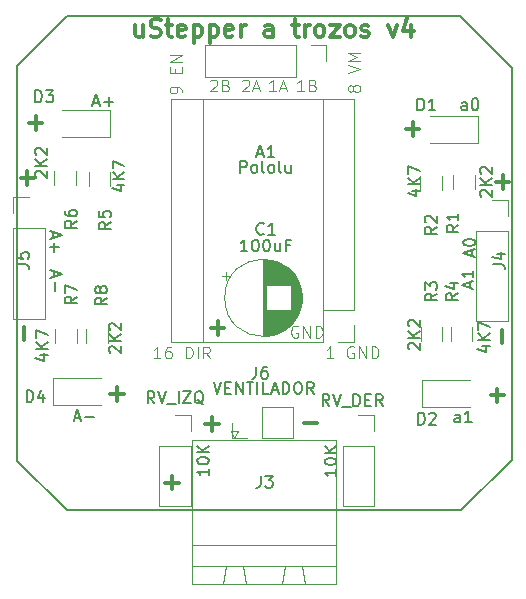
<source format=gbr>
G04 #@! TF.GenerationSoftware,KiCad,Pcbnew,5.0.2-bee76a0~70~ubuntu18.04.1*
G04 #@! TF.CreationDate,2019-01-29T19:41:56+01:00*
G04 #@! TF.ProjectId,ustepper_41_pololu,75737465-7070-4657-925f-34315f706f6c,rev?*
G04 #@! TF.SameCoordinates,Original*
G04 #@! TF.FileFunction,Legend,Top*
G04 #@! TF.FilePolarity,Positive*
%FSLAX46Y46*%
G04 Gerber Fmt 4.6, Leading zero omitted, Abs format (unit mm)*
G04 Created by KiCad (PCBNEW 5.0.2-bee76a0~70~ubuntu18.04.1) date mar 29 ene 2019 19:41:56 CET*
%MOMM*%
%LPD*%
G01*
G04 APERTURE LIST*
%ADD10C,0.200000*%
%ADD11C,0.300000*%
%ADD12C,0.100000*%
%ADD13C,0.120000*%
%ADD14C,0.150000*%
G04 APERTURE END LIST*
D10*
X202881086Y-68655105D02*
X202881086Y-68178915D01*
X203166800Y-68750343D02*
X202166800Y-68417010D01*
X203166800Y-68083677D01*
X202166800Y-67559867D02*
X202166800Y-67464629D01*
X202214420Y-67369391D01*
X202262039Y-67321772D01*
X202357277Y-67274153D01*
X202547753Y-67226534D01*
X202785848Y-67226534D01*
X202976324Y-67274153D01*
X203071562Y-67321772D01*
X203119181Y-67369391D01*
X203166800Y-67464629D01*
X203166800Y-67559867D01*
X203119181Y-67655105D01*
X203071562Y-67702724D01*
X202976324Y-67750343D01*
X202785848Y-67797962D01*
X202547753Y-67797962D01*
X202357277Y-67750343D01*
X202262039Y-67702724D01*
X202214420Y-67655105D01*
X202166800Y-67559867D01*
X202743926Y-71327185D02*
X202743926Y-70850995D01*
X203029640Y-71422423D02*
X202029640Y-71089090D01*
X203029640Y-70755757D01*
X203029640Y-69898614D02*
X203029640Y-70470042D01*
X203029640Y-70184328D02*
X202029640Y-70184328D01*
X202172498Y-70279566D01*
X202267736Y-70374804D01*
X202315355Y-70470042D01*
D11*
X205463162Y-76025568D02*
X205463162Y-74882711D01*
X204924291Y-62406622D02*
X206067148Y-62406622D01*
X205495720Y-62978051D02*
X205495720Y-61835194D01*
X165381571Y-57410442D02*
X166524428Y-57410442D01*
X165953000Y-57981871D02*
X165953000Y-56839014D01*
X197309371Y-57918442D02*
X198452228Y-57918442D01*
X197880800Y-58489871D02*
X197880800Y-57347014D01*
X204472171Y-80460942D02*
X205615028Y-80460942D01*
X205043600Y-81032371D02*
X205043600Y-79889514D01*
X172264971Y-80333942D02*
X173407828Y-80333942D01*
X172836400Y-80905371D02*
X172836400Y-79762514D01*
D10*
X167472893Y-69920857D02*
X167472893Y-70397047D01*
X167187179Y-69825619D02*
X168187179Y-70158952D01*
X167187179Y-70492285D01*
X167568131Y-70825619D02*
X167568131Y-71587523D01*
X167455113Y-66639177D02*
X167455113Y-67115367D01*
X167169399Y-66543939D02*
X168169399Y-66877272D01*
X167169399Y-67210605D01*
X167550351Y-67543939D02*
X167550351Y-68305843D01*
X167169399Y-67924891D02*
X167931303Y-67924891D01*
D11*
X164955242Y-75769028D02*
X164955242Y-74626171D01*
X164690691Y-62058642D02*
X165833548Y-62058642D01*
X165262120Y-62630071D02*
X165262120Y-61487214D01*
X180799371Y-74771342D02*
X181942228Y-74771342D01*
X181370800Y-75342771D02*
X181370800Y-74199914D01*
X188637811Y-82815522D02*
X189780668Y-82815522D01*
X180324391Y-82879022D02*
X181467248Y-82879022D01*
X180895820Y-83450451D02*
X180895820Y-82307594D01*
D12*
X178317980Y-54786919D02*
X178317980Y-54596442D01*
X178270361Y-54501204D01*
X178222742Y-54453585D01*
X178079885Y-54358347D01*
X177889409Y-54310728D01*
X177508457Y-54310728D01*
X177413219Y-54358347D01*
X177365600Y-54405966D01*
X177317980Y-54501204D01*
X177317980Y-54691680D01*
X177365600Y-54786919D01*
X177413219Y-54834538D01*
X177508457Y-54882157D01*
X177746552Y-54882157D01*
X177841790Y-54834538D01*
X177889409Y-54786919D01*
X177937028Y-54691680D01*
X177937028Y-54501204D01*
X177889409Y-54405966D01*
X177841790Y-54358347D01*
X177746552Y-54310728D01*
X177794171Y-53120252D02*
X177794171Y-52786919D01*
X178317980Y-52644061D02*
X178317980Y-53120252D01*
X177317980Y-53120252D01*
X177317980Y-52644061D01*
X178317980Y-52215490D02*
X177317980Y-52215490D01*
X178317980Y-51644061D01*
X177317980Y-51644061D01*
X176525976Y-77326380D02*
X175954547Y-77326380D01*
X176240261Y-77326380D02*
X176240261Y-76326380D01*
X176145023Y-76469238D01*
X176049785Y-76564476D01*
X175954547Y-76612095D01*
X177383119Y-76326380D02*
X177192642Y-76326380D01*
X177097404Y-76374000D01*
X177049785Y-76421619D01*
X176954547Y-76564476D01*
X176906928Y-76754952D01*
X176906928Y-77135904D01*
X176954547Y-77231142D01*
X177002166Y-77278761D01*
X177097404Y-77326380D01*
X177287880Y-77326380D01*
X177383119Y-77278761D01*
X177430738Y-77231142D01*
X177478357Y-77135904D01*
X177478357Y-76897809D01*
X177430738Y-76802571D01*
X177383119Y-76754952D01*
X177287880Y-76707333D01*
X177097404Y-76707333D01*
X177002166Y-76754952D01*
X176954547Y-76802571D01*
X176906928Y-76897809D01*
X178668833Y-77326380D02*
X178668833Y-76326380D01*
X178906928Y-76326380D01*
X179049785Y-76374000D01*
X179145023Y-76469238D01*
X179192642Y-76564476D01*
X179240261Y-76754952D01*
X179240261Y-76897809D01*
X179192642Y-77088285D01*
X179145023Y-77183523D01*
X179049785Y-77278761D01*
X178906928Y-77326380D01*
X178668833Y-77326380D01*
X179668833Y-77326380D02*
X179668833Y-76326380D01*
X180716452Y-77326380D02*
X180383119Y-76850190D01*
X180145023Y-77326380D02*
X180145023Y-76326380D01*
X180525976Y-76326380D01*
X180621214Y-76374000D01*
X180668833Y-76421619D01*
X180716452Y-76516857D01*
X180716452Y-76659714D01*
X180668833Y-76754952D01*
X180621214Y-76802571D01*
X180525976Y-76850190D01*
X180145023Y-76850190D01*
D11*
X175044091Y-49095171D02*
X175044091Y-50095171D01*
X174401234Y-49095171D02*
X174401234Y-49880885D01*
X174472662Y-50023742D01*
X174615520Y-50095171D01*
X174829805Y-50095171D01*
X174972662Y-50023742D01*
X175044091Y-49952314D01*
X175686948Y-50023742D02*
X175901234Y-50095171D01*
X176258377Y-50095171D01*
X176401234Y-50023742D01*
X176472662Y-49952314D01*
X176544091Y-49809457D01*
X176544091Y-49666600D01*
X176472662Y-49523742D01*
X176401234Y-49452314D01*
X176258377Y-49380885D01*
X175972662Y-49309457D01*
X175829805Y-49238028D01*
X175758377Y-49166600D01*
X175686948Y-49023742D01*
X175686948Y-48880885D01*
X175758377Y-48738028D01*
X175829805Y-48666600D01*
X175972662Y-48595171D01*
X176329805Y-48595171D01*
X176544091Y-48666600D01*
X176972662Y-49095171D02*
X177544091Y-49095171D01*
X177186948Y-48595171D02*
X177186948Y-49880885D01*
X177258377Y-50023742D01*
X177401234Y-50095171D01*
X177544091Y-50095171D01*
X178615520Y-50023742D02*
X178472662Y-50095171D01*
X178186948Y-50095171D01*
X178044091Y-50023742D01*
X177972662Y-49880885D01*
X177972662Y-49309457D01*
X178044091Y-49166600D01*
X178186948Y-49095171D01*
X178472662Y-49095171D01*
X178615520Y-49166600D01*
X178686948Y-49309457D01*
X178686948Y-49452314D01*
X177972662Y-49595171D01*
X179329805Y-49095171D02*
X179329805Y-50595171D01*
X179329805Y-49166600D02*
X179472662Y-49095171D01*
X179758377Y-49095171D01*
X179901234Y-49166600D01*
X179972662Y-49238028D01*
X180044091Y-49380885D01*
X180044091Y-49809457D01*
X179972662Y-49952314D01*
X179901234Y-50023742D01*
X179758377Y-50095171D01*
X179472662Y-50095171D01*
X179329805Y-50023742D01*
X180686948Y-49095171D02*
X180686948Y-50595171D01*
X180686948Y-49166600D02*
X180829805Y-49095171D01*
X181115520Y-49095171D01*
X181258377Y-49166600D01*
X181329805Y-49238028D01*
X181401234Y-49380885D01*
X181401234Y-49809457D01*
X181329805Y-49952314D01*
X181258377Y-50023742D01*
X181115520Y-50095171D01*
X180829805Y-50095171D01*
X180686948Y-50023742D01*
X182615520Y-50023742D02*
X182472662Y-50095171D01*
X182186948Y-50095171D01*
X182044091Y-50023742D01*
X181972662Y-49880885D01*
X181972662Y-49309457D01*
X182044091Y-49166600D01*
X182186948Y-49095171D01*
X182472662Y-49095171D01*
X182615520Y-49166600D01*
X182686948Y-49309457D01*
X182686948Y-49452314D01*
X181972662Y-49595171D01*
X183329805Y-50095171D02*
X183329805Y-49095171D01*
X183329805Y-49380885D02*
X183401234Y-49238028D01*
X183472662Y-49166600D01*
X183615520Y-49095171D01*
X183758377Y-49095171D01*
X186044091Y-50095171D02*
X186044091Y-49309457D01*
X185972662Y-49166600D01*
X185829805Y-49095171D01*
X185544091Y-49095171D01*
X185401234Y-49166600D01*
X186044091Y-50023742D02*
X185901234Y-50095171D01*
X185544091Y-50095171D01*
X185401234Y-50023742D01*
X185329805Y-49880885D01*
X185329805Y-49738028D01*
X185401234Y-49595171D01*
X185544091Y-49523742D01*
X185901234Y-49523742D01*
X186044091Y-49452314D01*
X187686948Y-49095171D02*
X188258377Y-49095171D01*
X187901234Y-48595171D02*
X187901234Y-49880885D01*
X187972662Y-50023742D01*
X188115520Y-50095171D01*
X188258377Y-50095171D01*
X188758377Y-50095171D02*
X188758377Y-49095171D01*
X188758377Y-49380885D02*
X188829805Y-49238028D01*
X188901234Y-49166600D01*
X189044091Y-49095171D01*
X189186948Y-49095171D01*
X189901234Y-50095171D02*
X189758377Y-50023742D01*
X189686948Y-49952314D01*
X189615520Y-49809457D01*
X189615520Y-49380885D01*
X189686948Y-49238028D01*
X189758377Y-49166600D01*
X189901234Y-49095171D01*
X190115520Y-49095171D01*
X190258377Y-49166600D01*
X190329805Y-49238028D01*
X190401234Y-49380885D01*
X190401234Y-49809457D01*
X190329805Y-49952314D01*
X190258377Y-50023742D01*
X190115520Y-50095171D01*
X189901234Y-50095171D01*
X190901234Y-49095171D02*
X191686948Y-49095171D01*
X190901234Y-50095171D01*
X191686948Y-50095171D01*
X192472662Y-50095171D02*
X192329805Y-50023742D01*
X192258377Y-49952314D01*
X192186948Y-49809457D01*
X192186948Y-49380885D01*
X192258377Y-49238028D01*
X192329805Y-49166600D01*
X192472662Y-49095171D01*
X192686948Y-49095171D01*
X192829805Y-49166600D01*
X192901234Y-49238028D01*
X192972662Y-49380885D01*
X192972662Y-49809457D01*
X192901234Y-49952314D01*
X192829805Y-50023742D01*
X192686948Y-50095171D01*
X192472662Y-50095171D01*
X193544091Y-50023742D02*
X193686948Y-50095171D01*
X193972662Y-50095171D01*
X194115520Y-50023742D01*
X194186948Y-49880885D01*
X194186948Y-49809457D01*
X194115520Y-49666600D01*
X193972662Y-49595171D01*
X193758377Y-49595171D01*
X193615520Y-49523742D01*
X193544091Y-49380885D01*
X193544091Y-49309457D01*
X193615520Y-49166600D01*
X193758377Y-49095171D01*
X193972662Y-49095171D01*
X194115520Y-49166600D01*
X195829805Y-49095171D02*
X196186948Y-50095171D01*
X196544091Y-49095171D01*
X197758377Y-49095171D02*
X197758377Y-50095171D01*
X197401234Y-48523742D02*
X197044091Y-49595171D01*
X197972662Y-49595171D01*
D12*
X191169052Y-77313680D02*
X190597623Y-77313680D01*
X190883338Y-77313680D02*
X190883338Y-76313680D01*
X190788100Y-76456538D01*
X190692861Y-76551776D01*
X190597623Y-76599395D01*
X192883338Y-76361300D02*
X192788100Y-76313680D01*
X192645242Y-76313680D01*
X192502385Y-76361300D01*
X192407147Y-76456538D01*
X192359528Y-76551776D01*
X192311909Y-76742252D01*
X192311909Y-76885109D01*
X192359528Y-77075585D01*
X192407147Y-77170823D01*
X192502385Y-77266061D01*
X192645242Y-77313680D01*
X192740480Y-77313680D01*
X192883338Y-77266061D01*
X192930957Y-77218442D01*
X192930957Y-76885109D01*
X192740480Y-76885109D01*
X193359528Y-77313680D02*
X193359528Y-76313680D01*
X193930957Y-77313680D01*
X193930957Y-76313680D01*
X194407147Y-77313680D02*
X194407147Y-76313680D01*
X194645242Y-76313680D01*
X194788100Y-76361300D01*
X194883338Y-76456538D01*
X194930957Y-76551776D01*
X194978576Y-76742252D01*
X194978576Y-76885109D01*
X194930957Y-77075585D01*
X194883338Y-77170823D01*
X194788100Y-77266061D01*
X194645242Y-77313680D01*
X194407147Y-77313680D01*
X192859552Y-54563090D02*
X192811933Y-54658328D01*
X192764314Y-54705947D01*
X192669076Y-54753566D01*
X192621457Y-54753566D01*
X192526219Y-54705947D01*
X192478600Y-54658328D01*
X192430980Y-54563090D01*
X192430980Y-54372614D01*
X192478600Y-54277376D01*
X192526219Y-54229757D01*
X192621457Y-54182138D01*
X192669076Y-54182138D01*
X192764314Y-54229757D01*
X192811933Y-54277376D01*
X192859552Y-54372614D01*
X192859552Y-54563090D01*
X192907171Y-54658328D01*
X192954790Y-54705947D01*
X193050028Y-54753566D01*
X193240504Y-54753566D01*
X193335742Y-54705947D01*
X193383361Y-54658328D01*
X193430980Y-54563090D01*
X193430980Y-54372614D01*
X193383361Y-54277376D01*
X193335742Y-54229757D01*
X193240504Y-54182138D01*
X193050028Y-54182138D01*
X192954790Y-54229757D01*
X192907171Y-54277376D01*
X192859552Y-54372614D01*
X192430980Y-53134519D02*
X193430980Y-52801185D01*
X192430980Y-52467852D01*
X193430980Y-52134519D02*
X192430980Y-52134519D01*
X193145266Y-51801185D01*
X192430980Y-51467852D01*
X193430980Y-51467852D01*
X188685074Y-54725460D02*
X188113645Y-54725460D01*
X188399360Y-54725460D02*
X188399360Y-53725460D01*
X188304121Y-53868318D01*
X188208883Y-53963556D01*
X188113645Y-54011175D01*
X189446979Y-54201651D02*
X189589836Y-54249270D01*
X189637455Y-54296889D01*
X189685074Y-54392127D01*
X189685074Y-54534984D01*
X189637455Y-54630222D01*
X189589836Y-54677841D01*
X189494598Y-54725460D01*
X189113645Y-54725460D01*
X189113645Y-53725460D01*
X189446979Y-53725460D01*
X189542217Y-53773080D01*
X189589836Y-53820699D01*
X189637455Y-53915937D01*
X189637455Y-54011175D01*
X189589836Y-54106413D01*
X189542217Y-54154032D01*
X189446979Y-54201651D01*
X189113645Y-54201651D01*
X186318102Y-54725460D02*
X185746674Y-54725460D01*
X186032388Y-54725460D02*
X186032388Y-53725460D01*
X185937150Y-53868318D01*
X185841912Y-53963556D01*
X185746674Y-54011175D01*
X186699055Y-54439746D02*
X187175245Y-54439746D01*
X186603817Y-54725460D02*
X186937150Y-53725460D01*
X187270483Y-54725460D01*
X183460674Y-53820699D02*
X183508293Y-53773080D01*
X183603531Y-53725460D01*
X183841626Y-53725460D01*
X183936864Y-53773080D01*
X183984483Y-53820699D01*
X184032102Y-53915937D01*
X184032102Y-54011175D01*
X183984483Y-54154032D01*
X183413055Y-54725460D01*
X184032102Y-54725460D01*
X184413055Y-54439746D02*
X184889245Y-54439746D01*
X184317817Y-54725460D02*
X184651150Y-53725460D01*
X184984483Y-54725460D01*
X180747645Y-53820699D02*
X180795264Y-53773080D01*
X180890502Y-53725460D01*
X181128598Y-53725460D01*
X181223836Y-53773080D01*
X181271455Y-53820699D01*
X181319074Y-53915937D01*
X181319074Y-54011175D01*
X181271455Y-54154032D01*
X180700026Y-54725460D01*
X181319074Y-54725460D01*
X182080979Y-54201651D02*
X182223836Y-54249270D01*
X182271455Y-54296889D01*
X182319074Y-54392127D01*
X182319074Y-54534984D01*
X182271455Y-54630222D01*
X182223836Y-54677841D01*
X182128598Y-54725460D01*
X181747645Y-54725460D01*
X181747645Y-53725460D01*
X182080979Y-53725460D01*
X182176217Y-53773080D01*
X182223836Y-53820699D01*
X182271455Y-53915937D01*
X182271455Y-54011175D01*
X182223836Y-54106413D01*
X182176217Y-54154032D01*
X182080979Y-54201651D01*
X181747645Y-54201651D01*
X188152695Y-74608700D02*
X188057457Y-74561080D01*
X187914600Y-74561080D01*
X187771742Y-74608700D01*
X187676504Y-74703938D01*
X187628885Y-74799176D01*
X187581266Y-74989652D01*
X187581266Y-75132509D01*
X187628885Y-75322985D01*
X187676504Y-75418223D01*
X187771742Y-75513461D01*
X187914600Y-75561080D01*
X188009838Y-75561080D01*
X188152695Y-75513461D01*
X188200314Y-75465842D01*
X188200314Y-75132509D01*
X188009838Y-75132509D01*
X188628885Y-75561080D02*
X188628885Y-74561080D01*
X189200314Y-75561080D01*
X189200314Y-74561080D01*
X189676504Y-75561080D02*
X189676504Y-74561080D01*
X189914600Y-74561080D01*
X190057457Y-74608700D01*
X190152695Y-74703938D01*
X190200314Y-74799176D01*
X190247933Y-74989652D01*
X190247933Y-75132509D01*
X190200314Y-75322985D01*
X190152695Y-75418223D01*
X190057457Y-75513461D01*
X189914600Y-75561080D01*
X189676504Y-75561080D01*
D11*
X176938571Y-87852342D02*
X178081428Y-87852342D01*
X177510000Y-88423771D02*
X177510000Y-87280914D01*
D10*
X164400000Y-86000000D02*
X164400000Y-52600000D01*
X168600000Y-90200000D02*
X164400000Y-86000000D01*
X202000000Y-90200000D02*
X168600000Y-90200000D01*
X206300000Y-85900000D02*
X202000000Y-90200000D01*
X206300000Y-52700000D02*
X206300000Y-85900000D01*
X201900000Y-48300000D02*
X206300000Y-52700000D01*
X168600000Y-48300000D02*
X201900000Y-48300000D01*
X164400000Y-52600000D02*
X168600000Y-48300000D01*
D13*
G04 #@! TO.C,A1*
X180100800Y-75937200D02*
X180100800Y-55357200D01*
X190260800Y-73267200D02*
X190260800Y-55357200D01*
X191530800Y-75937200D02*
X192930800Y-75937200D01*
X192930800Y-75937200D02*
X192930800Y-74537200D01*
X190260800Y-75937200D02*
X190260800Y-73267200D01*
X190260800Y-73267200D02*
X192930800Y-73267200D01*
X192930800Y-73267200D02*
X192930800Y-55357200D01*
X192930800Y-55357200D02*
X177430800Y-55357200D01*
X177430800Y-55357200D02*
X177430800Y-75937200D01*
X177430800Y-75937200D02*
X190260800Y-75937200D01*
G04 #@! TO.C,J3*
X179213200Y-84268200D02*
X179213200Y-96428200D01*
X179213200Y-96428200D02*
X191373200Y-96428200D01*
X191373200Y-96428200D02*
X191373200Y-84268200D01*
X191373200Y-84268200D02*
X179213200Y-84268200D01*
X179213200Y-94928200D02*
X179213200Y-93128200D01*
X179213200Y-93128200D02*
X191373200Y-93128200D01*
X191373200Y-93128200D02*
X191373200Y-94928200D01*
X191373200Y-94928200D02*
X179213200Y-94928200D01*
X181793200Y-96428200D02*
X183793200Y-96428200D01*
X183793200Y-96428200D02*
X183543200Y-94928200D01*
X183543200Y-94928200D02*
X182043200Y-94928200D01*
X182043200Y-94928200D02*
X181793200Y-96428200D01*
X186793200Y-96428200D02*
X188793200Y-96428200D01*
X188793200Y-96428200D02*
X188543200Y-94928200D01*
X188543200Y-94928200D02*
X187043200Y-94928200D01*
X187043200Y-94928200D02*
X186793200Y-96428200D01*
X183093200Y-83468200D02*
X182793200Y-84068200D01*
X182793200Y-84068200D02*
X182493200Y-83468200D01*
X182493200Y-83468200D02*
X183093200Y-83468200D01*
G04 #@! TO.C,J9*
X180294800Y-50804400D02*
X180294800Y-53464400D01*
X187974800Y-50804400D02*
X180294800Y-50804400D01*
X187974800Y-53464400D02*
X180294800Y-53464400D01*
X187974800Y-50804400D02*
X187974800Y-53464400D01*
X189244800Y-50804400D02*
X190574800Y-50804400D01*
X190574800Y-50804400D02*
X190574800Y-52134400D01*
G04 #@! TO.C,C1*
X188507000Y-72192780D02*
G75*
G03X188507000Y-72192780I-3270000J0D01*
G01*
X185237000Y-68962780D02*
X185237000Y-75422780D01*
X185277000Y-68962780D02*
X185277000Y-75422780D01*
X185317000Y-68962780D02*
X185317000Y-75422780D01*
X185357000Y-68964780D02*
X185357000Y-75420780D01*
X185397000Y-68965780D02*
X185397000Y-75419780D01*
X185437000Y-68968780D02*
X185437000Y-75416780D01*
X185477000Y-68970780D02*
X185477000Y-71152780D01*
X185477000Y-73232780D02*
X185477000Y-75414780D01*
X185517000Y-68974780D02*
X185517000Y-71152780D01*
X185517000Y-73232780D02*
X185517000Y-75410780D01*
X185557000Y-68977780D02*
X185557000Y-71152780D01*
X185557000Y-73232780D02*
X185557000Y-75407780D01*
X185597000Y-68981780D02*
X185597000Y-71152780D01*
X185597000Y-73232780D02*
X185597000Y-75403780D01*
X185637000Y-68986780D02*
X185637000Y-71152780D01*
X185637000Y-73232780D02*
X185637000Y-75398780D01*
X185677000Y-68991780D02*
X185677000Y-71152780D01*
X185677000Y-73232780D02*
X185677000Y-75393780D01*
X185717000Y-68997780D02*
X185717000Y-71152780D01*
X185717000Y-73232780D02*
X185717000Y-75387780D01*
X185757000Y-69003780D02*
X185757000Y-71152780D01*
X185757000Y-73232780D02*
X185757000Y-75381780D01*
X185797000Y-69010780D02*
X185797000Y-71152780D01*
X185797000Y-73232780D02*
X185797000Y-75374780D01*
X185837000Y-69017780D02*
X185837000Y-71152780D01*
X185837000Y-73232780D02*
X185837000Y-75367780D01*
X185877000Y-69025780D02*
X185877000Y-71152780D01*
X185877000Y-73232780D02*
X185877000Y-75359780D01*
X185917000Y-69033780D02*
X185917000Y-71152780D01*
X185917000Y-73232780D02*
X185917000Y-75351780D01*
X185958000Y-69042780D02*
X185958000Y-71152780D01*
X185958000Y-73232780D02*
X185958000Y-75342780D01*
X185998000Y-69051780D02*
X185998000Y-71152780D01*
X185998000Y-73232780D02*
X185998000Y-75333780D01*
X186038000Y-69061780D02*
X186038000Y-71152780D01*
X186038000Y-73232780D02*
X186038000Y-75323780D01*
X186078000Y-69071780D02*
X186078000Y-71152780D01*
X186078000Y-73232780D02*
X186078000Y-75313780D01*
X186118000Y-69082780D02*
X186118000Y-71152780D01*
X186118000Y-73232780D02*
X186118000Y-75302780D01*
X186158000Y-69094780D02*
X186158000Y-71152780D01*
X186158000Y-73232780D02*
X186158000Y-75290780D01*
X186198000Y-69106780D02*
X186198000Y-71152780D01*
X186198000Y-73232780D02*
X186198000Y-75278780D01*
X186238000Y-69118780D02*
X186238000Y-71152780D01*
X186238000Y-73232780D02*
X186238000Y-75266780D01*
X186278000Y-69131780D02*
X186278000Y-71152780D01*
X186278000Y-73232780D02*
X186278000Y-75253780D01*
X186318000Y-69145780D02*
X186318000Y-71152780D01*
X186318000Y-73232780D02*
X186318000Y-75239780D01*
X186358000Y-69159780D02*
X186358000Y-71152780D01*
X186358000Y-73232780D02*
X186358000Y-75225780D01*
X186398000Y-69174780D02*
X186398000Y-71152780D01*
X186398000Y-73232780D02*
X186398000Y-75210780D01*
X186438000Y-69190780D02*
X186438000Y-71152780D01*
X186438000Y-73232780D02*
X186438000Y-75194780D01*
X186478000Y-69206780D02*
X186478000Y-71152780D01*
X186478000Y-73232780D02*
X186478000Y-75178780D01*
X186518000Y-69222780D02*
X186518000Y-71152780D01*
X186518000Y-73232780D02*
X186518000Y-75162780D01*
X186558000Y-69240780D02*
X186558000Y-71152780D01*
X186558000Y-73232780D02*
X186558000Y-75144780D01*
X186598000Y-69258780D02*
X186598000Y-71152780D01*
X186598000Y-73232780D02*
X186598000Y-75126780D01*
X186638000Y-69276780D02*
X186638000Y-71152780D01*
X186638000Y-73232780D02*
X186638000Y-75108780D01*
X186678000Y-69296780D02*
X186678000Y-71152780D01*
X186678000Y-73232780D02*
X186678000Y-75088780D01*
X186718000Y-69316780D02*
X186718000Y-71152780D01*
X186718000Y-73232780D02*
X186718000Y-75068780D01*
X186758000Y-69336780D02*
X186758000Y-71152780D01*
X186758000Y-73232780D02*
X186758000Y-75048780D01*
X186798000Y-69358780D02*
X186798000Y-71152780D01*
X186798000Y-73232780D02*
X186798000Y-75026780D01*
X186838000Y-69380780D02*
X186838000Y-71152780D01*
X186838000Y-73232780D02*
X186838000Y-75004780D01*
X186878000Y-69402780D02*
X186878000Y-71152780D01*
X186878000Y-73232780D02*
X186878000Y-74982780D01*
X186918000Y-69426780D02*
X186918000Y-71152780D01*
X186918000Y-73232780D02*
X186918000Y-74958780D01*
X186958000Y-69450780D02*
X186958000Y-71152780D01*
X186958000Y-73232780D02*
X186958000Y-74934780D01*
X186998000Y-69476780D02*
X186998000Y-71152780D01*
X186998000Y-73232780D02*
X186998000Y-74908780D01*
X187038000Y-69502780D02*
X187038000Y-71152780D01*
X187038000Y-73232780D02*
X187038000Y-74882780D01*
X187078000Y-69528780D02*
X187078000Y-71152780D01*
X187078000Y-73232780D02*
X187078000Y-74856780D01*
X187118000Y-69556780D02*
X187118000Y-71152780D01*
X187118000Y-73232780D02*
X187118000Y-74828780D01*
X187158000Y-69585780D02*
X187158000Y-71152780D01*
X187158000Y-73232780D02*
X187158000Y-74799780D01*
X187198000Y-69614780D02*
X187198000Y-71152780D01*
X187198000Y-73232780D02*
X187198000Y-74770780D01*
X187238000Y-69644780D02*
X187238000Y-71152780D01*
X187238000Y-73232780D02*
X187238000Y-74740780D01*
X187278000Y-69676780D02*
X187278000Y-71152780D01*
X187278000Y-73232780D02*
X187278000Y-74708780D01*
X187318000Y-69708780D02*
X187318000Y-71152780D01*
X187318000Y-73232780D02*
X187318000Y-74676780D01*
X187358000Y-69742780D02*
X187358000Y-71152780D01*
X187358000Y-73232780D02*
X187358000Y-74642780D01*
X187398000Y-69776780D02*
X187398000Y-71152780D01*
X187398000Y-73232780D02*
X187398000Y-74608780D01*
X187438000Y-69812780D02*
X187438000Y-71152780D01*
X187438000Y-73232780D02*
X187438000Y-74572780D01*
X187478000Y-69849780D02*
X187478000Y-71152780D01*
X187478000Y-73232780D02*
X187478000Y-74535780D01*
X187518000Y-69887780D02*
X187518000Y-71152780D01*
X187518000Y-73232780D02*
X187518000Y-74497780D01*
X187558000Y-69927780D02*
X187558000Y-74457780D01*
X187598000Y-69968780D02*
X187598000Y-74416780D01*
X187638000Y-70010780D02*
X187638000Y-74374780D01*
X187678000Y-70055780D02*
X187678000Y-74329780D01*
X187718000Y-70100780D02*
X187718000Y-74284780D01*
X187758000Y-70148780D02*
X187758000Y-74236780D01*
X187798000Y-70197780D02*
X187798000Y-74187780D01*
X187838000Y-70248780D02*
X187838000Y-74136780D01*
X187878000Y-70302780D02*
X187878000Y-74082780D01*
X187918000Y-70358780D02*
X187918000Y-74026780D01*
X187958000Y-70416780D02*
X187958000Y-73968780D01*
X187998000Y-70478780D02*
X187998000Y-73906780D01*
X188038000Y-70542780D02*
X188038000Y-73842780D01*
X188078000Y-70611780D02*
X188078000Y-73773780D01*
X188118000Y-70683780D02*
X188118000Y-73701780D01*
X188158000Y-70760780D02*
X188158000Y-73624780D01*
X188198000Y-70842780D02*
X188198000Y-73542780D01*
X188238000Y-70930780D02*
X188238000Y-73454780D01*
X188278000Y-71027780D02*
X188278000Y-73357780D01*
X188318000Y-71133780D02*
X188318000Y-73251780D01*
X188358000Y-71252780D02*
X188358000Y-73132780D01*
X188398000Y-71390780D02*
X188398000Y-72994780D01*
X188438000Y-71559780D02*
X188438000Y-72825780D01*
X188478000Y-71790780D02*
X188478000Y-72594780D01*
X181736759Y-70353780D02*
X182366759Y-70353780D01*
X182051759Y-70038780D02*
X182051759Y-70668780D01*
G04 #@! TO.C,D1*
X199313560Y-59063140D02*
X203373560Y-59063140D01*
X203373560Y-59063140D02*
X203373560Y-56793140D01*
X203373560Y-56793140D02*
X199313560Y-56793140D01*
G04 #@! TO.C,D2*
X198684700Y-81445620D02*
X202744700Y-81445620D01*
X198684700Y-79175620D02*
X198684700Y-81445620D01*
X202744700Y-79175620D02*
X198684700Y-79175620D01*
G04 #@! TO.C,D3*
X168201100Y-58590700D02*
X172261100Y-58590700D01*
X172261100Y-58590700D02*
X172261100Y-56320700D01*
X172261100Y-56320700D02*
X168201100Y-56320700D01*
G04 #@! TO.C,D4*
X167391900Y-81260200D02*
X171451900Y-81260200D01*
X167391900Y-78990200D02*
X167391900Y-81260200D01*
X171451900Y-78990200D02*
X167391900Y-78990200D01*
G04 #@! TO.C,J4*
X203253860Y-66505720D02*
X205913860Y-66505720D01*
X203253860Y-66505720D02*
X203253860Y-74185720D01*
X203253860Y-74185720D02*
X205913860Y-74185720D01*
X205913860Y-66505720D02*
X205913860Y-74185720D01*
X205913860Y-63905720D02*
X205913860Y-65235720D01*
X204583860Y-63905720D02*
X205913860Y-63905720D01*
G04 #@! TO.C,R1*
X203136740Y-61814256D02*
X203136740Y-63018384D01*
X201316740Y-61814256D02*
X201316740Y-63018384D01*
G04 #@! TO.C,R2*
X198525280Y-61890456D02*
X198525280Y-63094584D01*
X200345280Y-61890456D02*
X200345280Y-63094584D01*
G04 #@! TO.C,R3*
X200365600Y-75850464D02*
X200365600Y-74646336D01*
X198545600Y-75850464D02*
X198545600Y-74646336D01*
G04 #@! TO.C,R4*
X201108460Y-75850464D02*
X201108460Y-74646336D01*
X202928460Y-75850464D02*
X202928460Y-74646336D01*
G04 #@! TO.C,R5*
X170465900Y-61534856D02*
X170465900Y-62738984D01*
X172285900Y-61534856D02*
X172285900Y-62738984D01*
G04 #@! TO.C,R6*
X169367440Y-61430716D02*
X169367440Y-62634844D01*
X167547440Y-61430716D02*
X167547440Y-62634844D01*
G04 #@! TO.C,R7*
X169456340Y-76013024D02*
X169456340Y-74808896D01*
X167636340Y-76013024D02*
X167636340Y-74808896D01*
G04 #@! TO.C,R8*
X170224600Y-76040964D02*
X170224600Y-74836836D01*
X172044600Y-76040964D02*
X172044600Y-74836836D01*
G04 #@! TO.C,J6*
X187745240Y-84091720D02*
X187745240Y-81431720D01*
X185145240Y-84091720D02*
X187745240Y-84091720D01*
X185145240Y-81431720D02*
X187745240Y-81431720D01*
X185145240Y-84091720D02*
X185145240Y-81431720D01*
X183875240Y-84091720D02*
X182545240Y-84091720D01*
X182545240Y-84091720D02*
X182545240Y-82761720D01*
G04 #@! TO.C,J5*
X164061660Y-73949500D02*
X166721660Y-73949500D01*
X164061660Y-66269500D02*
X164061660Y-73949500D01*
X166721660Y-66269500D02*
X166721660Y-73949500D01*
X164061660Y-66269500D02*
X166721660Y-66269500D01*
X164061660Y-64999500D02*
X164061660Y-63669500D01*
X164061660Y-63669500D02*
X165391660Y-63669500D01*
G04 #@! TO.C,RV_DER*
X193273240Y-82112459D02*
X194603240Y-82112459D01*
X194603240Y-82112459D02*
X194603240Y-83442459D01*
X194603240Y-84712459D02*
X194603240Y-89852459D01*
X191943240Y-89852459D02*
X194603240Y-89852459D01*
X191943240Y-84712459D02*
X191943240Y-89852459D01*
X191943240Y-84712459D02*
X194603240Y-84712459D01*
G04 #@! TO.C,RV_IZQ*
X176423840Y-84712459D02*
X179083840Y-84712459D01*
X176423840Y-84712459D02*
X176423840Y-89852459D01*
X176423840Y-89852459D02*
X179083840Y-89852459D01*
X179083840Y-84712459D02*
X179083840Y-89852459D01*
X179083840Y-82112459D02*
X179083840Y-83442459D01*
X177753840Y-82112459D02*
X179083840Y-82112459D01*
G04 #@! TO.C,A1*
D14*
X184745914Y-60009966D02*
X185222104Y-60009966D01*
X184650676Y-60295680D02*
X184984009Y-59295680D01*
X185317342Y-60295680D01*
X186174485Y-60295680D02*
X185603057Y-60295680D01*
X185888771Y-60295680D02*
X185888771Y-59295680D01*
X185793533Y-59438538D01*
X185698295Y-59533776D01*
X185603057Y-59581395D01*
X183253842Y-61603780D02*
X183253842Y-60603780D01*
X183634795Y-60603780D01*
X183730033Y-60651400D01*
X183777652Y-60699019D01*
X183825271Y-60794257D01*
X183825271Y-60937114D01*
X183777652Y-61032352D01*
X183730033Y-61079971D01*
X183634795Y-61127590D01*
X183253842Y-61127590D01*
X184396700Y-61603780D02*
X184301461Y-61556161D01*
X184253842Y-61508542D01*
X184206223Y-61413304D01*
X184206223Y-61127590D01*
X184253842Y-61032352D01*
X184301461Y-60984733D01*
X184396700Y-60937114D01*
X184539557Y-60937114D01*
X184634795Y-60984733D01*
X184682414Y-61032352D01*
X184730033Y-61127590D01*
X184730033Y-61413304D01*
X184682414Y-61508542D01*
X184634795Y-61556161D01*
X184539557Y-61603780D01*
X184396700Y-61603780D01*
X185301461Y-61603780D02*
X185206223Y-61556161D01*
X185158604Y-61460923D01*
X185158604Y-60603780D01*
X185825271Y-61603780D02*
X185730033Y-61556161D01*
X185682414Y-61508542D01*
X185634795Y-61413304D01*
X185634795Y-61127590D01*
X185682414Y-61032352D01*
X185730033Y-60984733D01*
X185825271Y-60937114D01*
X185968128Y-60937114D01*
X186063366Y-60984733D01*
X186110985Y-61032352D01*
X186158604Y-61127590D01*
X186158604Y-61413304D01*
X186110985Y-61508542D01*
X186063366Y-61556161D01*
X185968128Y-61603780D01*
X185825271Y-61603780D01*
X186730033Y-61603780D02*
X186634795Y-61556161D01*
X186587176Y-61460923D01*
X186587176Y-60603780D01*
X187539557Y-60937114D02*
X187539557Y-61603780D01*
X187110985Y-60937114D02*
X187110985Y-61460923D01*
X187158604Y-61556161D01*
X187253842Y-61603780D01*
X187396700Y-61603780D01*
X187491938Y-61556161D01*
X187539557Y-61508542D01*
G04 #@! TO.C,J3*
X185025266Y-87261080D02*
X185025266Y-87975366D01*
X184977647Y-88118223D01*
X184882409Y-88213461D01*
X184739552Y-88261080D01*
X184644314Y-88261080D01*
X185406219Y-87261080D02*
X186025266Y-87261080D01*
X185691933Y-87642033D01*
X185834790Y-87642033D01*
X185930028Y-87689652D01*
X185977647Y-87737271D01*
X186025266Y-87832509D01*
X186025266Y-88070604D01*
X185977647Y-88165842D01*
X185930028Y-88213461D01*
X185834790Y-88261080D01*
X185549076Y-88261080D01*
X185453838Y-88213461D01*
X185406219Y-88165842D01*
G04 #@! TO.C,C1*
X185268133Y-66753642D02*
X185220514Y-66801261D01*
X185077657Y-66848880D01*
X184982419Y-66848880D01*
X184839561Y-66801261D01*
X184744323Y-66706023D01*
X184696704Y-66610785D01*
X184649085Y-66420309D01*
X184649085Y-66277452D01*
X184696704Y-66086976D01*
X184744323Y-65991738D01*
X184839561Y-65896500D01*
X184982419Y-65848880D01*
X185077657Y-65848880D01*
X185220514Y-65896500D01*
X185268133Y-65944119D01*
X186220514Y-66848880D02*
X185649085Y-66848880D01*
X185934800Y-66848880D02*
X185934800Y-65848880D01*
X185839561Y-65991738D01*
X185744323Y-66086976D01*
X185649085Y-66134595D01*
X183887180Y-68258580D02*
X183315752Y-68258580D01*
X183601466Y-68258580D02*
X183601466Y-67258580D01*
X183506228Y-67401438D01*
X183410990Y-67496676D01*
X183315752Y-67544295D01*
X184506228Y-67258580D02*
X184601466Y-67258580D01*
X184696704Y-67306200D01*
X184744323Y-67353819D01*
X184791942Y-67449057D01*
X184839561Y-67639533D01*
X184839561Y-67877628D01*
X184791942Y-68068104D01*
X184744323Y-68163342D01*
X184696704Y-68210961D01*
X184601466Y-68258580D01*
X184506228Y-68258580D01*
X184410990Y-68210961D01*
X184363371Y-68163342D01*
X184315752Y-68068104D01*
X184268133Y-67877628D01*
X184268133Y-67639533D01*
X184315752Y-67449057D01*
X184363371Y-67353819D01*
X184410990Y-67306200D01*
X184506228Y-67258580D01*
X185458609Y-67258580D02*
X185553847Y-67258580D01*
X185649085Y-67306200D01*
X185696704Y-67353819D01*
X185744323Y-67449057D01*
X185791942Y-67639533D01*
X185791942Y-67877628D01*
X185744323Y-68068104D01*
X185696704Y-68163342D01*
X185649085Y-68210961D01*
X185553847Y-68258580D01*
X185458609Y-68258580D01*
X185363371Y-68210961D01*
X185315752Y-68163342D01*
X185268133Y-68068104D01*
X185220514Y-67877628D01*
X185220514Y-67639533D01*
X185268133Y-67449057D01*
X185315752Y-67353819D01*
X185363371Y-67306200D01*
X185458609Y-67258580D01*
X186649085Y-67591914D02*
X186649085Y-68258580D01*
X186220514Y-67591914D02*
X186220514Y-68115723D01*
X186268133Y-68210961D01*
X186363371Y-68258580D01*
X186506228Y-68258580D01*
X186601466Y-68210961D01*
X186649085Y-68163342D01*
X187458609Y-67734771D02*
X187125276Y-67734771D01*
X187125276Y-68258580D02*
X187125276Y-67258580D01*
X187601466Y-67258580D01*
G04 #@! TO.C,D1*
X198285704Y-56333280D02*
X198285704Y-55333280D01*
X198523800Y-55333280D01*
X198666657Y-55380900D01*
X198761895Y-55476138D01*
X198809514Y-55571376D01*
X198857133Y-55761852D01*
X198857133Y-55904709D01*
X198809514Y-56095185D01*
X198761895Y-56190423D01*
X198666657Y-56285661D01*
X198523800Y-56333280D01*
X198285704Y-56333280D01*
X199809514Y-56333280D02*
X199238085Y-56333280D01*
X199523800Y-56333280D02*
X199523800Y-55333280D01*
X199428561Y-55476138D01*
X199333323Y-55571376D01*
X199238085Y-55618995D01*
X202444895Y-56307880D02*
X202444895Y-55784071D01*
X202397276Y-55688833D01*
X202302038Y-55641214D01*
X202111561Y-55641214D01*
X202016323Y-55688833D01*
X202444895Y-56260261D02*
X202349657Y-56307880D01*
X202111561Y-56307880D01*
X202016323Y-56260261D01*
X201968704Y-56165023D01*
X201968704Y-56069785D01*
X202016323Y-55974547D01*
X202111561Y-55926928D01*
X202349657Y-55926928D01*
X202444895Y-55879309D01*
X203111561Y-55307880D02*
X203206800Y-55307880D01*
X203302038Y-55355500D01*
X203349657Y-55403119D01*
X203397276Y-55498357D01*
X203444895Y-55688833D01*
X203444895Y-55926928D01*
X203397276Y-56117404D01*
X203349657Y-56212642D01*
X203302038Y-56260261D01*
X203206800Y-56307880D01*
X203111561Y-56307880D01*
X203016323Y-56260261D01*
X202968704Y-56212642D01*
X202921085Y-56117404D01*
X202873466Y-55926928D01*
X202873466Y-55688833D01*
X202921085Y-55498357D01*
X202968704Y-55403119D01*
X203016323Y-55355500D01*
X203111561Y-55307880D01*
G04 #@! TO.C,D2*
X198336504Y-82927080D02*
X198336504Y-81927080D01*
X198574600Y-81927080D01*
X198717457Y-81974700D01*
X198812695Y-82069938D01*
X198860314Y-82165176D01*
X198907933Y-82355652D01*
X198907933Y-82498509D01*
X198860314Y-82688985D01*
X198812695Y-82784223D01*
X198717457Y-82879461D01*
X198574600Y-82927080D01*
X198336504Y-82927080D01*
X199288885Y-82022319D02*
X199336504Y-81974700D01*
X199431742Y-81927080D01*
X199669838Y-81927080D01*
X199765076Y-81974700D01*
X199812695Y-82022319D01*
X199860314Y-82117557D01*
X199860314Y-82212795D01*
X199812695Y-82355652D01*
X199241266Y-82927080D01*
X199860314Y-82927080D01*
X201886095Y-82749280D02*
X201886095Y-82225471D01*
X201838476Y-82130233D01*
X201743238Y-82082614D01*
X201552761Y-82082614D01*
X201457523Y-82130233D01*
X201886095Y-82701661D02*
X201790857Y-82749280D01*
X201552761Y-82749280D01*
X201457523Y-82701661D01*
X201409904Y-82606423D01*
X201409904Y-82511185D01*
X201457523Y-82415947D01*
X201552761Y-82368328D01*
X201790857Y-82368328D01*
X201886095Y-82320709D01*
X202886095Y-82749280D02*
X202314666Y-82749280D01*
X202600380Y-82749280D02*
X202600380Y-81749280D01*
X202505142Y-81892138D01*
X202409904Y-81987376D01*
X202314666Y-82034995D01*
G04 #@! TO.C,D3*
X165926104Y-55634780D02*
X165926104Y-54634780D01*
X166164200Y-54634780D01*
X166307057Y-54682400D01*
X166402295Y-54777638D01*
X166449914Y-54872876D01*
X166497533Y-55063352D01*
X166497533Y-55206209D01*
X166449914Y-55396685D01*
X166402295Y-55491923D01*
X166307057Y-55587161D01*
X166164200Y-55634780D01*
X165926104Y-55634780D01*
X166830866Y-54634780D02*
X167449914Y-54634780D01*
X167116580Y-55015733D01*
X167259438Y-55015733D01*
X167354676Y-55063352D01*
X167402295Y-55110971D01*
X167449914Y-55206209D01*
X167449914Y-55444304D01*
X167402295Y-55539542D01*
X167354676Y-55587161D01*
X167259438Y-55634780D01*
X166973723Y-55634780D01*
X166878485Y-55587161D01*
X166830866Y-55539542D01*
X170861657Y-55691966D02*
X171337847Y-55691966D01*
X170766419Y-55977680D02*
X171099752Y-54977680D01*
X171433085Y-55977680D01*
X171766419Y-55596728D02*
X172528323Y-55596728D01*
X172147371Y-55977680D02*
X172147371Y-55215776D01*
G04 #@! TO.C,D4*
X165189504Y-81022080D02*
X165189504Y-80022080D01*
X165427600Y-80022080D01*
X165570457Y-80069700D01*
X165665695Y-80164938D01*
X165713314Y-80260176D01*
X165760933Y-80450652D01*
X165760933Y-80593509D01*
X165713314Y-80783985D01*
X165665695Y-80879223D01*
X165570457Y-80974461D01*
X165427600Y-81022080D01*
X165189504Y-81022080D01*
X166618076Y-80355414D02*
X166618076Y-81022080D01*
X166379980Y-79974461D02*
X166141885Y-80688747D01*
X166760933Y-80688747D01*
X169261457Y-82349266D02*
X169737647Y-82349266D01*
X169166219Y-82634980D02*
X169499552Y-81634980D01*
X169832885Y-82634980D01*
X170166219Y-82254028D02*
X170928123Y-82254028D01*
G04 #@! TO.C,J4*
X204661080Y-69371433D02*
X205375366Y-69371433D01*
X205518223Y-69419052D01*
X205613461Y-69514290D01*
X205661080Y-69657147D01*
X205661080Y-69752385D01*
X204994414Y-68466671D02*
X205661080Y-68466671D01*
X204613461Y-68704766D02*
X205327747Y-68942861D01*
X205327747Y-68323814D01*
G04 #@! TO.C,R1*
X201752020Y-66019606D02*
X201275830Y-66352940D01*
X201752020Y-66591035D02*
X200752020Y-66591035D01*
X200752020Y-66210082D01*
X200799640Y-66114844D01*
X200847259Y-66067225D01*
X200942497Y-66019606D01*
X201085354Y-66019606D01*
X201180592Y-66067225D01*
X201228211Y-66114844D01*
X201275830Y-66210082D01*
X201275830Y-66591035D01*
X201752020Y-65067225D02*
X201752020Y-65638654D01*
X201752020Y-65352940D02*
X200752020Y-65352940D01*
X200894878Y-65448178D01*
X200990116Y-65543416D01*
X201037735Y-65638654D01*
X203704759Y-63629964D02*
X203657140Y-63582345D01*
X203609520Y-63487107D01*
X203609520Y-63249012D01*
X203657140Y-63153774D01*
X203704759Y-63106155D01*
X203799997Y-63058536D01*
X203895235Y-63058536D01*
X204038092Y-63106155D01*
X204609520Y-63677583D01*
X204609520Y-63058536D01*
X204609520Y-62629964D02*
X203609520Y-62629964D01*
X204609520Y-62058536D02*
X204038092Y-62487107D01*
X203609520Y-62058536D02*
X204180949Y-62629964D01*
X203704759Y-61677583D02*
X203657140Y-61629964D01*
X203609520Y-61534726D01*
X203609520Y-61296631D01*
X203657140Y-61201393D01*
X203704759Y-61153774D01*
X203799997Y-61106155D01*
X203895235Y-61106155D01*
X204038092Y-61153774D01*
X204609520Y-61725202D01*
X204609520Y-61106155D01*
G04 #@! TO.C,R2*
X199913060Y-66182166D02*
X199436870Y-66515500D01*
X199913060Y-66753595D02*
X198913060Y-66753595D01*
X198913060Y-66372642D01*
X198960680Y-66277404D01*
X199008299Y-66229785D01*
X199103537Y-66182166D01*
X199246394Y-66182166D01*
X199341632Y-66229785D01*
X199389251Y-66277404D01*
X199436870Y-66372642D01*
X199436870Y-66753595D01*
X199008299Y-65801214D02*
X198960680Y-65753595D01*
X198913060Y-65658357D01*
X198913060Y-65420261D01*
X198960680Y-65325023D01*
X199008299Y-65277404D01*
X199103537Y-65229785D01*
X199198775Y-65229785D01*
X199341632Y-65277404D01*
X199913060Y-65848833D01*
X199913060Y-65229785D01*
X197831614Y-63115674D02*
X198498280Y-63115674D01*
X197450661Y-63353769D02*
X198164947Y-63591864D01*
X198164947Y-62972817D01*
X198498280Y-62591864D02*
X197498280Y-62591864D01*
X198498280Y-62020436D02*
X197926852Y-62449007D01*
X197498280Y-62020436D02*
X198069709Y-62591864D01*
X197498280Y-61687102D02*
X197498280Y-61020436D01*
X198498280Y-61449007D01*
G04 #@! TO.C,R3*
X199941000Y-71833666D02*
X199464810Y-72167000D01*
X199941000Y-72405095D02*
X198941000Y-72405095D01*
X198941000Y-72024142D01*
X198988620Y-71928904D01*
X199036239Y-71881285D01*
X199131477Y-71833666D01*
X199274334Y-71833666D01*
X199369572Y-71881285D01*
X199417191Y-71928904D01*
X199464810Y-72024142D01*
X199464810Y-72405095D01*
X198941000Y-71500333D02*
X198941000Y-70881285D01*
X199321953Y-71214619D01*
X199321953Y-71071761D01*
X199369572Y-70976523D01*
X199417191Y-70928904D01*
X199512429Y-70881285D01*
X199750524Y-70881285D01*
X199845762Y-70928904D01*
X199893381Y-70976523D01*
X199941000Y-71071761D01*
X199941000Y-71357476D01*
X199893381Y-71452714D01*
X199845762Y-71500333D01*
X197583359Y-76566184D02*
X197535740Y-76518565D01*
X197488120Y-76423327D01*
X197488120Y-76185232D01*
X197535740Y-76089994D01*
X197583359Y-76042375D01*
X197678597Y-75994756D01*
X197773835Y-75994756D01*
X197916692Y-76042375D01*
X198488120Y-76613803D01*
X198488120Y-75994756D01*
X198488120Y-75566184D02*
X197488120Y-75566184D01*
X198488120Y-74994756D02*
X197916692Y-75423327D01*
X197488120Y-74994756D02*
X198059549Y-75566184D01*
X197583359Y-74613803D02*
X197535740Y-74566184D01*
X197488120Y-74470946D01*
X197488120Y-74232851D01*
X197535740Y-74137613D01*
X197583359Y-74089994D01*
X197678597Y-74042375D01*
X197773835Y-74042375D01*
X197916692Y-74089994D01*
X198488120Y-74661422D01*
X198488120Y-74042375D01*
G04 #@! TO.C,R4*
X201688520Y-71823506D02*
X201212330Y-72156840D01*
X201688520Y-72394935D02*
X200688520Y-72394935D01*
X200688520Y-72013982D01*
X200736140Y-71918744D01*
X200783759Y-71871125D01*
X200878997Y-71823506D01*
X201021854Y-71823506D01*
X201117092Y-71871125D01*
X201164711Y-71918744D01*
X201212330Y-72013982D01*
X201212330Y-72394935D01*
X201021854Y-70966363D02*
X201688520Y-70966363D01*
X200640901Y-71204459D02*
X201355187Y-71442554D01*
X201355187Y-70823506D01*
X203721874Y-76308434D02*
X204388540Y-76308434D01*
X203340921Y-76546529D02*
X204055207Y-76784624D01*
X204055207Y-76165577D01*
X204388540Y-75784624D02*
X203388540Y-75784624D01*
X204388540Y-75213196D02*
X203817112Y-75641767D01*
X203388540Y-75213196D02*
X203959969Y-75784624D01*
X203388540Y-74879862D02*
X203388540Y-74213196D01*
X204388540Y-74641767D01*
G04 #@! TO.C,R5*
X172321040Y-65775766D02*
X171844850Y-66109100D01*
X172321040Y-66347195D02*
X171321040Y-66347195D01*
X171321040Y-65966242D01*
X171368660Y-65871004D01*
X171416279Y-65823385D01*
X171511517Y-65775766D01*
X171654374Y-65775766D01*
X171749612Y-65823385D01*
X171797231Y-65871004D01*
X171844850Y-65966242D01*
X171844850Y-66347195D01*
X171321040Y-64871004D02*
X171321040Y-65347195D01*
X171797231Y-65394814D01*
X171749612Y-65347195D01*
X171701993Y-65251957D01*
X171701993Y-65013861D01*
X171749612Y-64918623D01*
X171797231Y-64871004D01*
X171892469Y-64823385D01*
X172130564Y-64823385D01*
X172225802Y-64871004D01*
X172273421Y-64918623D01*
X172321040Y-65013861D01*
X172321040Y-65251957D01*
X172273421Y-65347195D01*
X172225802Y-65394814D01*
X172812614Y-62673714D02*
X173479280Y-62673714D01*
X172431661Y-62911809D02*
X173145947Y-63149904D01*
X173145947Y-62530857D01*
X173479280Y-62149904D02*
X172479280Y-62149904D01*
X173479280Y-61578476D02*
X172907852Y-62007047D01*
X172479280Y-61578476D02*
X173050709Y-62149904D01*
X172479280Y-61245142D02*
X172479280Y-60578476D01*
X173479280Y-61007047D01*
G04 #@! TO.C,R6*
X169435600Y-65679246D02*
X168959410Y-66012580D01*
X169435600Y-66250675D02*
X168435600Y-66250675D01*
X168435600Y-65869722D01*
X168483220Y-65774484D01*
X168530839Y-65726865D01*
X168626077Y-65679246D01*
X168768934Y-65679246D01*
X168864172Y-65726865D01*
X168911791Y-65774484D01*
X168959410Y-65869722D01*
X168959410Y-66250675D01*
X168435600Y-64822103D02*
X168435600Y-65012580D01*
X168483220Y-65107818D01*
X168530839Y-65155437D01*
X168673696Y-65250675D01*
X168864172Y-65298294D01*
X169245124Y-65298294D01*
X169340362Y-65250675D01*
X169387981Y-65203056D01*
X169435600Y-65107818D01*
X169435600Y-64917341D01*
X169387981Y-64822103D01*
X169340362Y-64774484D01*
X169245124Y-64726865D01*
X169007029Y-64726865D01*
X168911791Y-64774484D01*
X168864172Y-64822103D01*
X168816553Y-64917341D01*
X168816553Y-65107818D01*
X168864172Y-65203056D01*
X168911791Y-65250675D01*
X169007029Y-65298294D01*
X166021319Y-62019604D02*
X165973700Y-61971985D01*
X165926080Y-61876747D01*
X165926080Y-61638652D01*
X165973700Y-61543414D01*
X166021319Y-61495795D01*
X166116557Y-61448176D01*
X166211795Y-61448176D01*
X166354652Y-61495795D01*
X166926080Y-62067223D01*
X166926080Y-61448176D01*
X166926080Y-61019604D02*
X165926080Y-61019604D01*
X166926080Y-60448176D02*
X166354652Y-60876747D01*
X165926080Y-60448176D02*
X166497509Y-61019604D01*
X166021319Y-60067223D02*
X165973700Y-60019604D01*
X165926080Y-59924366D01*
X165926080Y-59686271D01*
X165973700Y-59591033D01*
X166021319Y-59543414D01*
X166116557Y-59495795D01*
X166211795Y-59495795D01*
X166354652Y-59543414D01*
X166926080Y-60114842D01*
X166926080Y-59495795D01*
G04 #@! TO.C,R7*
X169435600Y-72092746D02*
X168959410Y-72426080D01*
X169435600Y-72664175D02*
X168435600Y-72664175D01*
X168435600Y-72283222D01*
X168483220Y-72187984D01*
X168530839Y-72140365D01*
X168626077Y-72092746D01*
X168768934Y-72092746D01*
X168864172Y-72140365D01*
X168911791Y-72187984D01*
X168959410Y-72283222D01*
X168959410Y-72664175D01*
X168435600Y-71759413D02*
X168435600Y-71092746D01*
X169435600Y-71521318D01*
X166322914Y-77037414D02*
X166989580Y-77037414D01*
X165941961Y-77275509D02*
X166656247Y-77513604D01*
X166656247Y-76894557D01*
X166989580Y-76513604D02*
X165989580Y-76513604D01*
X166989580Y-75942176D02*
X166418152Y-76370747D01*
X165989580Y-75942176D02*
X166561009Y-76513604D01*
X165989580Y-75608842D02*
X165989580Y-74942176D01*
X166989580Y-75370747D01*
G04 #@! TO.C,R8*
X171988300Y-72186726D02*
X171512110Y-72520060D01*
X171988300Y-72758155D02*
X170988300Y-72758155D01*
X170988300Y-72377202D01*
X171035920Y-72281964D01*
X171083539Y-72234345D01*
X171178777Y-72186726D01*
X171321634Y-72186726D01*
X171416872Y-72234345D01*
X171464491Y-72281964D01*
X171512110Y-72377202D01*
X171512110Y-72758155D01*
X171416872Y-71615298D02*
X171369253Y-71710536D01*
X171321634Y-71758155D01*
X171226396Y-71805774D01*
X171178777Y-71805774D01*
X171083539Y-71758155D01*
X171035920Y-71710536D01*
X170988300Y-71615298D01*
X170988300Y-71424821D01*
X171035920Y-71329583D01*
X171083539Y-71281964D01*
X171178777Y-71234345D01*
X171226396Y-71234345D01*
X171321634Y-71281964D01*
X171369253Y-71329583D01*
X171416872Y-71424821D01*
X171416872Y-71615298D01*
X171464491Y-71710536D01*
X171512110Y-71758155D01*
X171607348Y-71805774D01*
X171797824Y-71805774D01*
X171893062Y-71758155D01*
X171940681Y-71710536D01*
X171988300Y-71615298D01*
X171988300Y-71424821D01*
X171940681Y-71329583D01*
X171893062Y-71281964D01*
X171797824Y-71234345D01*
X171607348Y-71234345D01*
X171512110Y-71281964D01*
X171464491Y-71329583D01*
X171416872Y-71424821D01*
X172269719Y-76853204D02*
X172222100Y-76805585D01*
X172174480Y-76710347D01*
X172174480Y-76472252D01*
X172222100Y-76377014D01*
X172269719Y-76329395D01*
X172364957Y-76281776D01*
X172460195Y-76281776D01*
X172603052Y-76329395D01*
X173174480Y-76900823D01*
X173174480Y-76281776D01*
X173174480Y-75853204D02*
X172174480Y-75853204D01*
X173174480Y-75281776D02*
X172603052Y-75710347D01*
X172174480Y-75281776D02*
X172745909Y-75853204D01*
X172269719Y-74900823D02*
X172222100Y-74853204D01*
X172174480Y-74757966D01*
X172174480Y-74519871D01*
X172222100Y-74424633D01*
X172269719Y-74377014D01*
X172364957Y-74329395D01*
X172460195Y-74329395D01*
X172603052Y-74377014D01*
X173174480Y-74948442D01*
X173174480Y-74329395D01*
G04 #@! TO.C,J6*
X184618866Y-78040880D02*
X184618866Y-78755166D01*
X184571247Y-78898023D01*
X184476009Y-78993261D01*
X184333152Y-79040880D01*
X184237914Y-79040880D01*
X185523628Y-78040880D02*
X185333152Y-78040880D01*
X185237914Y-78088500D01*
X185190295Y-78136119D01*
X185095057Y-78278976D01*
X185047438Y-78469452D01*
X185047438Y-78850404D01*
X185095057Y-78945642D01*
X185142676Y-78993261D01*
X185237914Y-79040880D01*
X185428390Y-79040880D01*
X185523628Y-78993261D01*
X185571247Y-78945642D01*
X185618866Y-78850404D01*
X185618866Y-78612309D01*
X185571247Y-78517071D01*
X185523628Y-78469452D01*
X185428390Y-78421833D01*
X185237914Y-78421833D01*
X185142676Y-78469452D01*
X185095057Y-78517071D01*
X185047438Y-78612309D01*
X181022085Y-79323580D02*
X181355419Y-80323580D01*
X181688752Y-79323580D01*
X182022085Y-79799771D02*
X182355419Y-79799771D01*
X182498276Y-80323580D02*
X182022085Y-80323580D01*
X182022085Y-79323580D01*
X182498276Y-79323580D01*
X182926847Y-80323580D02*
X182926847Y-79323580D01*
X183498276Y-80323580D01*
X183498276Y-79323580D01*
X183831609Y-79323580D02*
X184403038Y-79323580D01*
X184117323Y-80323580D02*
X184117323Y-79323580D01*
X184736371Y-80323580D02*
X184736371Y-79323580D01*
X185688752Y-80323580D02*
X185212561Y-80323580D01*
X185212561Y-79323580D01*
X185974466Y-80037866D02*
X186450657Y-80037866D01*
X185879228Y-80323580D02*
X186212561Y-79323580D01*
X186545895Y-80323580D01*
X186879228Y-80323580D02*
X186879228Y-79323580D01*
X187117323Y-79323580D01*
X187260180Y-79371200D01*
X187355419Y-79466438D01*
X187403038Y-79561676D01*
X187450657Y-79752152D01*
X187450657Y-79895009D01*
X187403038Y-80085485D01*
X187355419Y-80180723D01*
X187260180Y-80275961D01*
X187117323Y-80323580D01*
X186879228Y-80323580D01*
X188069704Y-79323580D02*
X188260180Y-79323580D01*
X188355419Y-79371200D01*
X188450657Y-79466438D01*
X188498276Y-79656914D01*
X188498276Y-79990247D01*
X188450657Y-80180723D01*
X188355419Y-80275961D01*
X188260180Y-80323580D01*
X188069704Y-80323580D01*
X187974466Y-80275961D01*
X187879228Y-80180723D01*
X187831609Y-79990247D01*
X187831609Y-79656914D01*
X187879228Y-79466438D01*
X187974466Y-79371200D01*
X188069704Y-79323580D01*
X189498276Y-80323580D02*
X189164942Y-79847390D01*
X188926847Y-80323580D02*
X188926847Y-79323580D01*
X189307800Y-79323580D01*
X189403038Y-79371200D01*
X189450657Y-79418819D01*
X189498276Y-79514057D01*
X189498276Y-79656914D01*
X189450657Y-79752152D01*
X189403038Y-79799771D01*
X189307800Y-79847390D01*
X188926847Y-79847390D01*
G04 #@! TO.C,J5*
X164376680Y-69333333D02*
X165090966Y-69333333D01*
X165233823Y-69380952D01*
X165329061Y-69476190D01*
X165376680Y-69619047D01*
X165376680Y-69714285D01*
X164376680Y-68380952D02*
X164376680Y-68857142D01*
X164852871Y-68904761D01*
X164805252Y-68857142D01*
X164757633Y-68761904D01*
X164757633Y-68523809D01*
X164805252Y-68428571D01*
X164852871Y-68380952D01*
X164948109Y-68333333D01*
X165186204Y-68333333D01*
X165281442Y-68380952D01*
X165329061Y-68428571D01*
X165376680Y-68523809D01*
X165376680Y-68761904D01*
X165329061Y-68857142D01*
X165281442Y-68904761D01*
G04 #@! TO.C,RV_DER*
X190823019Y-81364980D02*
X190489685Y-80888790D01*
X190251590Y-81364980D02*
X190251590Y-80364980D01*
X190632542Y-80364980D01*
X190727780Y-80412600D01*
X190775400Y-80460219D01*
X190823019Y-80555457D01*
X190823019Y-80698314D01*
X190775400Y-80793552D01*
X190727780Y-80841171D01*
X190632542Y-80888790D01*
X190251590Y-80888790D01*
X191108733Y-80364980D02*
X191442066Y-81364980D01*
X191775400Y-80364980D01*
X191870638Y-81460219D02*
X192632542Y-81460219D01*
X192870638Y-81364980D02*
X192870638Y-80364980D01*
X193108733Y-80364980D01*
X193251590Y-80412600D01*
X193346828Y-80507838D01*
X193394447Y-80603076D01*
X193442066Y-80793552D01*
X193442066Y-80936409D01*
X193394447Y-81126885D01*
X193346828Y-81222123D01*
X193251590Y-81317361D01*
X193108733Y-81364980D01*
X192870638Y-81364980D01*
X193870638Y-80841171D02*
X194203971Y-80841171D01*
X194346828Y-81364980D02*
X193870638Y-81364980D01*
X193870638Y-80364980D01*
X194346828Y-80364980D01*
X195346828Y-81364980D02*
X195013495Y-80888790D01*
X194775400Y-81364980D02*
X194775400Y-80364980D01*
X195156352Y-80364980D01*
X195251590Y-80412600D01*
X195299209Y-80460219D01*
X195346828Y-80555457D01*
X195346828Y-80698314D01*
X195299209Y-80793552D01*
X195251590Y-80841171D01*
X195156352Y-80888790D01*
X194775400Y-80888790D01*
X191424380Y-86708476D02*
X191424380Y-87279904D01*
X191424380Y-86994190D02*
X190424380Y-86994190D01*
X190567238Y-87089428D01*
X190662476Y-87184666D01*
X190710095Y-87279904D01*
X190424380Y-86089428D02*
X190424380Y-85994190D01*
X190472000Y-85898952D01*
X190519619Y-85851333D01*
X190614857Y-85803714D01*
X190805333Y-85756095D01*
X191043428Y-85756095D01*
X191233904Y-85803714D01*
X191329142Y-85851333D01*
X191376761Y-85898952D01*
X191424380Y-85994190D01*
X191424380Y-86089428D01*
X191376761Y-86184666D01*
X191329142Y-86232285D01*
X191233904Y-86279904D01*
X191043428Y-86327523D01*
X190805333Y-86327523D01*
X190614857Y-86279904D01*
X190519619Y-86232285D01*
X190472000Y-86184666D01*
X190424380Y-86089428D01*
X191424380Y-85327523D02*
X190424380Y-85327523D01*
X191424380Y-84756095D02*
X190852952Y-85184666D01*
X190424380Y-84756095D02*
X190995809Y-85327523D01*
G04 #@! TO.C,RV_IZQ*
X176015744Y-81124839D02*
X175682411Y-80648649D01*
X175444316Y-81124839D02*
X175444316Y-80124839D01*
X175825268Y-80124839D01*
X175920506Y-80172459D01*
X175968125Y-80220078D01*
X176015744Y-80315316D01*
X176015744Y-80458173D01*
X175968125Y-80553411D01*
X175920506Y-80601030D01*
X175825268Y-80648649D01*
X175444316Y-80648649D01*
X176301459Y-80124839D02*
X176634792Y-81124839D01*
X176968125Y-80124839D01*
X177063363Y-81220078D02*
X177825268Y-81220078D01*
X178063363Y-81124839D02*
X178063363Y-80124839D01*
X178444316Y-80124839D02*
X179110982Y-80124839D01*
X178444316Y-81124839D01*
X179110982Y-81124839D01*
X180158601Y-81220078D02*
X180063363Y-81172459D01*
X179968125Y-81077220D01*
X179825268Y-80934363D01*
X179730030Y-80886744D01*
X179634792Y-80886744D01*
X179682411Y-81124839D02*
X179587173Y-81077220D01*
X179491935Y-80981982D01*
X179444316Y-80791506D01*
X179444316Y-80458173D01*
X179491935Y-80267697D01*
X179587173Y-80172459D01*
X179682411Y-80124839D01*
X179872887Y-80124839D01*
X179968125Y-80172459D01*
X180063363Y-80267697D01*
X180110982Y-80458173D01*
X180110982Y-80791506D01*
X180063363Y-80981982D01*
X179968125Y-81077220D01*
X179872887Y-81124839D01*
X179682411Y-81124839D01*
X180616680Y-86657676D02*
X180616680Y-87229104D01*
X180616680Y-86943390D02*
X179616680Y-86943390D01*
X179759538Y-87038628D01*
X179854776Y-87133866D01*
X179902395Y-87229104D01*
X179616680Y-86038628D02*
X179616680Y-85943390D01*
X179664300Y-85848152D01*
X179711919Y-85800533D01*
X179807157Y-85752914D01*
X179997633Y-85705295D01*
X180235728Y-85705295D01*
X180426204Y-85752914D01*
X180521442Y-85800533D01*
X180569061Y-85848152D01*
X180616680Y-85943390D01*
X180616680Y-86038628D01*
X180569061Y-86133866D01*
X180521442Y-86181485D01*
X180426204Y-86229104D01*
X180235728Y-86276723D01*
X179997633Y-86276723D01*
X179807157Y-86229104D01*
X179711919Y-86181485D01*
X179664300Y-86133866D01*
X179616680Y-86038628D01*
X180616680Y-85276723D02*
X179616680Y-85276723D01*
X180616680Y-84705295D02*
X180045252Y-85133866D01*
X179616680Y-84705295D02*
X180188109Y-85276723D01*
G04 #@! TD*
M02*

</source>
